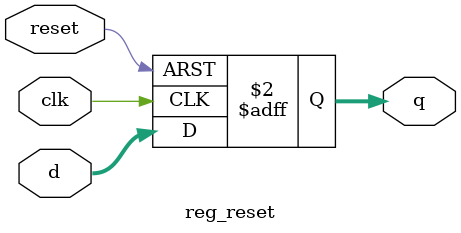
<source format=v>
module reg_reset
   (
    input wire clk, reset,
    input wire [7:0] d,
    output reg [7:0] q
   );

   // body
   always @(posedge clk, posedge reset)
      if (reset)
         q <= 0;
      else
         q <= d;

endmodule
</source>
